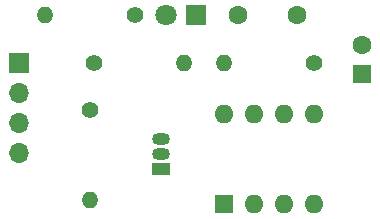
<source format=gbr>
%TF.GenerationSoftware,KiCad,Pcbnew,8.0.8*%
%TF.CreationDate,2025-01-21T12:15:44+05:30*%
%TF.ProjectId,555Timer,35353554-696d-4657-922e-6b696361645f,v1*%
%TF.SameCoordinates,Original*%
%TF.FileFunction,Copper,L1,Top*%
%TF.FilePolarity,Positive*%
%FSLAX46Y46*%
G04 Gerber Fmt 4.6, Leading zero omitted, Abs format (unit mm)*
G04 Created by KiCad (PCBNEW 8.0.8) date 2025-01-21 12:15:44*
%MOMM*%
%LPD*%
G01*
G04 APERTURE LIST*
%TA.AperFunction,ComponentPad*%
%ADD10R,1.600000X1.600000*%
%TD*%
%TA.AperFunction,ComponentPad*%
%ADD11O,1.600000X1.600000*%
%TD*%
%TA.AperFunction,ComponentPad*%
%ADD12C,1.400000*%
%TD*%
%TA.AperFunction,ComponentPad*%
%ADD13O,1.400000X1.400000*%
%TD*%
%TA.AperFunction,ComponentPad*%
%ADD14R,1.500000X1.050000*%
%TD*%
%TA.AperFunction,ComponentPad*%
%ADD15O,1.500000X1.050000*%
%TD*%
%TA.AperFunction,ComponentPad*%
%ADD16R,1.700000X1.700000*%
%TD*%
%TA.AperFunction,ComponentPad*%
%ADD17O,1.700000X1.700000*%
%TD*%
%TA.AperFunction,ComponentPad*%
%ADD18R,1.800000X1.800000*%
%TD*%
%TA.AperFunction,ComponentPad*%
%ADD19C,1.800000*%
%TD*%
%TA.AperFunction,ComponentPad*%
%ADD20C,1.600000*%
%TD*%
G04 APERTURE END LIST*
D10*
%TO.P,U1,1,GND*%
%TO.N,GND*%
X99310000Y-73620000D03*
D11*
%TO.P,U1,2,TR*%
%TO.N,THR*%
X101850000Y-73620000D03*
%TO.P,U1,3,Q*%
%TO.N,OUT1*%
X104390000Y-73620000D03*
%TO.P,U1,4,R*%
%TO.N,VCC*%
X106930000Y-73620000D03*
%TO.P,U1,5,CV*%
%TO.N,Net-(U1-CV)*%
X106930000Y-66000000D03*
%TO.P,U1,6,THR*%
%TO.N,THR*%
X104390000Y-66000000D03*
%TO.P,U1,7,DIS*%
%TO.N,DIS*%
X101850000Y-66000000D03*
%TO.P,U1,8,VCC*%
%TO.N,VCC*%
X99310000Y-66000000D03*
%TD*%
D12*
%TO.P,R4,1*%
%TO.N,VCC*%
X87930000Y-65620000D03*
D13*
%TO.P,R4,2*%
%TO.N,OUT2*%
X87930000Y-73240000D03*
%TD*%
D12*
%TO.P,R3,1*%
%TO.N,THR*%
X106930000Y-61620000D03*
D13*
%TO.P,R3,2*%
%TO.N,DIS*%
X99310000Y-61620000D03*
%TD*%
D12*
%TO.P,R2,1*%
%TO.N,VCC*%
X88310000Y-61620000D03*
D13*
%TO.P,R2,2*%
%TO.N,DIS*%
X95930000Y-61620000D03*
%TD*%
D12*
%TO.P,R1,1*%
%TO.N,Net-(D1-A)*%
X91740000Y-57620000D03*
D13*
%TO.P,R1,2*%
%TO.N,VCC*%
X84120000Y-57620000D03*
%TD*%
D14*
%TO.P,MOSFET1,1,D*%
%TO.N,OUT2*%
X93930000Y-70620000D03*
D15*
%TO.P,MOSFET1,2,G*%
%TO.N,OUT1*%
X93930000Y-69350000D03*
%TO.P,MOSFET1,3,S*%
%TO.N,GND*%
X93930000Y-68080000D03*
%TD*%
D16*
%TO.P,J1,1,Pin_1*%
%TO.N,VCC*%
X81930000Y-61620000D03*
D17*
%TO.P,J1,2,Pin_2*%
%TO.N,GND*%
X81930000Y-64160000D03*
%TO.P,J1,3,Pin_3*%
%TO.N,OUT1*%
X81930000Y-66700000D03*
%TO.P,J1,4,Pin_4*%
%TO.N,OUT2*%
X81930000Y-69240000D03*
%TD*%
D18*
%TO.P,D1,1,K*%
%TO.N,GND*%
X96930000Y-57620000D03*
D19*
%TO.P,D1,2,A*%
%TO.N,Net-(D1-A)*%
X94390000Y-57620000D03*
%TD*%
D10*
%TO.P,C2,1*%
%TO.N,THR*%
X110930000Y-62620000D03*
D20*
%TO.P,C2,2*%
%TO.N,GND*%
X110930000Y-60120000D03*
%TD*%
%TO.P,C1,1*%
%TO.N,GND*%
X100430000Y-57620000D03*
%TO.P,C1,2*%
%TO.N,Net-(U1-CV)*%
X105430000Y-57620000D03*
%TD*%
M02*

</source>
